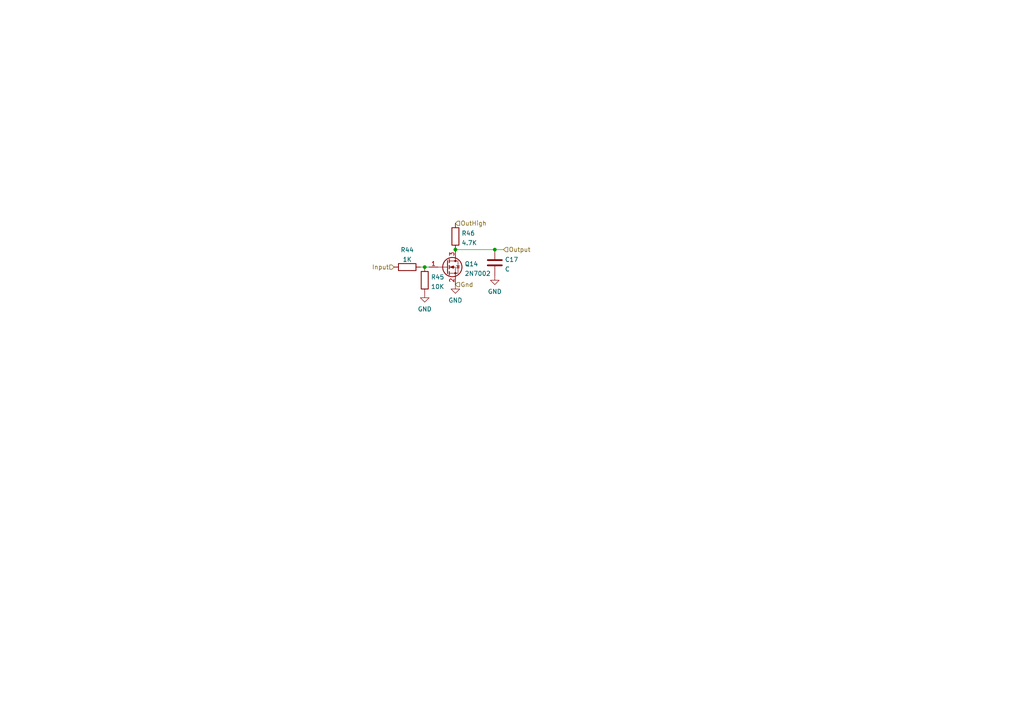
<source format=kicad_sch>
(kicad_sch (version 20211123) (generator eeschema)
  (paper "A4")
  (lib_symbols
    (symbol "Device:C" (pin_numbers hide) (pin_names (offset 0.254))
      (property "Reference" "C" (at 0.635 2.54 0))
      (property "Value" "C" (at 0.635 -2.54 0))
      (symbol "C_0_1"
        (polyline (pts (xy -2.032 -0.762) (xy 2.032 -0.762)) (stroke (width 0.508)))
        (polyline (pts (xy -2.032 0.762) (xy 2.032 0.762)) (stroke (width 0.508)))
      )
      (symbol "C_1_1"
        (pin passive line (at 0 3.81 270) (length 2.794) (name "~") (number "1"))
        (pin passive line (at 0 -3.81 90) (length 2.794) (name "~") (number "2"))
      )
    )
    (symbol "Device:R" (pin_numbers hide) (pin_names (offset 0))
      (property "Reference" "R" (at 2.032 0 90))
      (property "Value" "R" (at 0 0 90))
      (symbol "R_0_1"
        (rectangle (start -1.016 -2.54) (end 1.016 2.54) (stroke (width 0.254)))
      )
      (symbol "R_1_1"
        (pin passive line (at 0 3.81 270) (length 1.27) (name "~") (number "1"))
        (pin passive line (at 0 -3.81 90) (length 1.27) (name "~") (number "2"))
      )
    )
    (symbol "Transistor_FET:2N7002" (pin_names hide)
      (property "Reference" "Q" (at 5.08 1.905 0))
      (property "Value" "2N7002" (at 5.08 0 0))
      (symbol "2N7002_0_1"
        (polyline (pts (xy 0.254 0) (xy -2.54 0)))
        (polyline (pts (xy 0.254 1.905) (xy 0.254 -1.905)) (stroke (width 0.254)))
        (polyline (pts (xy 0.762 -1.27) (xy 0.762 -2.286)) (stroke (width 0.254)))
        (polyline (pts (xy 0.762 0.508) (xy 0.762 -0.508)) (stroke (width 0.254)))
        (polyline (pts (xy 0.762 2.286) (xy 0.762 1.27)) (stroke (width 0.254)))
        (polyline (pts (xy 2.54 2.54) (xy 2.54 1.778)))
        (polyline (pts (xy 2.54 -2.54) (xy 2.54 0) (xy 0.762 0)))
        (polyline (pts (xy 0.762 -1.778) (xy 3.302 -1.778) (xy 3.302 1.778) (xy 0.762 1.778)))
        (polyline (pts (xy 1.016 0) (xy 2.032 0.381) (xy 2.032 -0.381) (xy 1.016 0)) (fill (type outline)))
        (polyline (pts (xy 2.794 0.508) (xy 2.921 0.381) (xy 3.683 0.381) (xy 3.81 0.254)))
        (polyline (pts (xy 3.302 0.381) (xy 2.921 -0.254) (xy 3.683 -0.254) (xy 3.302 0.381)))
        (circle (center 1.651 0) (radius 2.794) (stroke (width 0.254)))
        (circle (center 2.54 -1.778) (radius 0.254) (fill (type outline)))
        (circle (center 2.54 1.778) (radius 0.254) (fill (type outline)))
      )
      (symbol "2N7002_1_1"
        (pin input line (at -5.08 0 0) (length 2.54) (name "G") (number "1"))
        (pin passive line (at 2.54 -5.08 90) (length 2.54) (name "S") (number "2"))
        (pin passive line (at 2.54 5.08 270) (length 2.54) (name "D") (number "3"))
      )
    )
    (symbol "power:GND" (power) (pin_names (offset 0))
      (property "Value" "GND" (at 0 -3.81 0))
      (symbol "GND_0_1"
        (polyline (pts (xy 0 0) (xy 0 -1.27) (xy 1.27 -1.27) (xy 0 -2.54) (xy -1.27 -1.27) (xy 0 -1.27)))
      )
      (symbol "GND_1_1"
        (pin power_in line (at 0 0 270) (length 0) hide (name "GND") (number "1"))
      )
    )
  )
  (junction (at 132.08 72.39))
  (junction (at 123.19 77.47))
  (junction (at 143.51 72.39))
  (wire (pts (xy 143.51 72.39) (xy 132.08 72.39)))
  (wire (pts (xy 121.92 77.47) (xy 123.19 77.47)))
  (wire (pts (xy 123.19 77.47) (xy 124.46 77.47)))
  (wire (pts (xy 146.05 72.39) (xy 143.51 72.39)))
  (hierarchical_label "Input" (shape input) (at 114.3 77.47 180))
  (hierarchical_label "OutHigh" (shape input) (at 132.08 64.77 0))
  (hierarchical_label "Output" (shape input) (at 146.05 72.39 0))
  (hierarchical_label "Gnd" (shape input) (at 132.08 82.55 0))
  (symbol (lib_id "power:GND") (at 123.19 85.09 0) (unit 1)
    (property "Reference" "#PWR?" (effects hide))
    (property "Value" "GND" (at 123.19 89.6525 0))
  )
  (symbol (lib_id "Device:R") (at 118.11 77.47 90) (unit 1)
    (property "Reference" "R44" (at 118.11 72.4875 90))
    (property "Value" "1K" (at 118.11 75.2626 90))
    (property "Footprint" "Resistor_SMD:R_0603_1608Metric" (effects hide))
  )
  (symbol (lib_id "Device:C") (at 143.51 76.2 0) (unit 1)
    (property "Reference" "C17" (at 146.431 75.2915 0) (effects (justify left)))
    (property "Value" "C" (at 146.431 78.0666 0) (effects (justify left)))
    (property "Footprint" "Capacitor_SMD:C_0603_1608Metric" (effects hide))
  )
  (symbol (lib_id "Device:R") (at 132.08 68.58 0) (unit 1)
    (property "Reference" "R46" (at 133.858 67.6715 0) (effects (justify left)))
    (property "Value" "4.7K" (at 133.858 70.4466 0) (effects (justify left)))
    (property "Footprint" "Resistor_SMD:R_0603_1608Metric" (effects hide))
  )
  (symbol (lib_id "power:GND") (at 132.08 82.55 0) (unit 1)
    (property "Reference" "#PWR?" (effects hide))
    (property "Value" "GND" (at 132.08 87.1125 0))
  )
  (symbol (lib_id "Device:R") (at 123.19 81.28 0) (unit 1)
    (property "Reference" "R45" (at 124.968 80.3715 0) (effects (justify left)))
    (property "Value" "10K" (at 124.968 83.1466 0) (effects (justify left)))
    (property "Footprint" "Resistor_SMD:R_0603_1608Metric" (effects hide))
  )
  (symbol (lib_id "power:GND") (at 143.51 80.01 0) (unit 1)
    (property "Reference" "#PWR?" (effects hide))
    (property "Value" "GND" (at 143.51 84.5725 0))
  )
  (symbol (lib_id "Transistor_FET:2N7002") (at 129.54 77.47 0) (unit 1)
    (property "Reference" "Q14" (at 134.747 76.5615 0) (effects (justify left)))
    (property "Value" "2N7002" (at 134.747 79.3366 0) (effects (justify left)))
    (property "Footprint" "Package_TO_SOT_SMD:SOT-23" (effects hide))
    (property "Datasheet" "https://www.onsemi.com/pub/Collateral/NDS7002A-D.PDF" (effects hide))
  )
)
</source>
